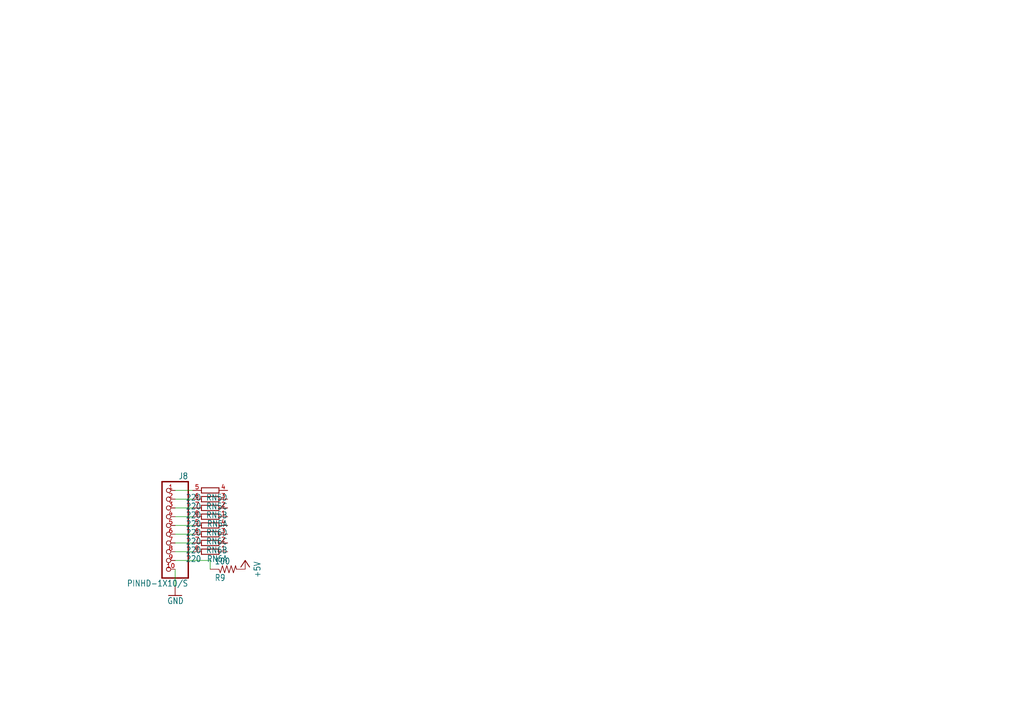
<source format=kicad_sch>
(kicad_sch (version 20211123) (generator eeschema)
  (paper "A4")
  (lib_symbols
    (symbol "bela_cape-eagle-import:+5V" (power)
      (property "Value" "+5V" (at -2.54 -5.08 90))
      (symbol "+5V_1_0"
        (polyline (pts (xy 0 0) (xy -1.27 -1.905)) (stroke (width 0.254)))
        (polyline (pts (xy 1.27 -1.905) (xy 0 0)) (stroke (width 0.254)))
        (pin power_in line (at 0 -2.54 90) (length 2.54) (name "+5V") (number "1"))
      )
    )
    (symbol "bela_cape-eagle-import:4R-N0603-ARC"
      (property "Reference" "RN" (at -5.08 -3.048 0))
      (property "Value" "4R-N0603-ARC" (at 2.54 -3.048 0))
      (symbol "4R-N0603-ARC_1_0"
        (polyline (pts (xy -2.54 -0.762) (xy 2.54 -0.762)) (stroke (width 0.254)))
        (polyline (pts (xy -2.54 0.762) (xy -2.54 -0.762)) (stroke (width 0.254)))
        (polyline (pts (xy 2.54 -0.762) (xy 2.54 0.762)) (stroke (width 0.254)))
        (polyline (pts (xy 2.54 0.762) (xy -2.54 0.762)) (stroke (width 0.254)))
        (pin passive line (at -5.08 0 0) (length 2.54) (name "1") (number "1"))
        (pin passive line (at 5.08 0 180) (length 2.54) (name "2") (number "8"))
      )
      (symbol "4R-N0603-ARC_2_0"
        (polyline (pts (xy -2.54 -0.762) (xy 2.54 -0.762)) (stroke (width 0.254)))
        (polyline (pts (xy -2.54 0.762) (xy -2.54 -0.762)) (stroke (width 0.254)))
        (polyline (pts (xy 2.54 -0.762) (xy 2.54 0.762)) (stroke (width 0.254)))
        (polyline (pts (xy 2.54 0.762) (xy -2.54 0.762)) (stroke (width 0.254)))
        (pin passive line (at -5.08 0 0) (length 2.54) (name "1") (number "2"))
        (pin passive line (at 5.08 0 180) (length 2.54) (name "2") (number "7"))
      )
      (symbol "4R-N0603-ARC_3_0"
        (polyline (pts (xy -2.54 -0.762) (xy 2.54 -0.762)) (stroke (width 0.254)))
        (polyline (pts (xy -2.54 0.762) (xy -2.54 -0.762)) (stroke (width 0.254)))
        (polyline (pts (xy 2.54 -0.762) (xy 2.54 0.762)) (stroke (width 0.254)))
        (polyline (pts (xy 2.54 0.762) (xy -2.54 0.762)) (stroke (width 0.254)))
        (pin passive line (at -5.08 0 0) (length 2.54) (name "1") (number "3"))
        (pin passive line (at 5.08 0 180) (length 2.54) (name "2") (number "6"))
      )
      (symbol "4R-N0603-ARC_4_0"
        (polyline (pts (xy -2.54 -0.762) (xy 2.54 -0.762)) (stroke (width 0.254)))
        (polyline (pts (xy -2.54 0.762) (xy -2.54 -0.762)) (stroke (width 0.254)))
        (polyline (pts (xy 2.54 -0.762) (xy 2.54 0.762)) (stroke (width 0.254)))
        (polyline (pts (xy 2.54 0.762) (xy -2.54 0.762)) (stroke (width 0.254)))
        (pin passive line (at -5.08 0 0) (length 2.54) (name "1") (number "4"))
        (pin passive line (at 5.08 0 180) (length 2.54) (name "2") (number "5"))
      )
    )
    (symbol "bela_cape-eagle-import:GND" (power)
      (property "Value" "GND" (at -2.54 -2.54 0))
      (symbol "GND_1_0"
        (polyline (pts (xy -1.905 0) (xy 1.905 0)) (stroke (width 0.254)))
        (pin power_in line (at 0 2.54 270) (length 2.54) (name "GND") (number "1"))
      )
    )
    (symbol "bela_cape-eagle-import:PINHD-1X10{slash}S"
      (property "Reference" "JP" (at -6.35 13.335 0))
      (property "Value" "PINHD-1X10{slash}S" (at -6.35 -17.78 0))
      (symbol "PINHD-1X10{slash}S_1_0"
        (polyline (pts (xy -6.35 -15.24) (xy 1.27 -15.24)) (stroke (width 0.4064)))
        (polyline (pts (xy -6.35 12.7) (xy -6.35 -15.24)) (stroke (width 0.4064)))
        (polyline (pts (xy 1.27 -15.24) (xy 1.27 12.7)) (stroke (width 0.4064)))
        (polyline (pts (xy 1.27 12.7) (xy -6.35 12.7)) (stroke (width 0.4064)))
        (pin passive inverted (at -2.54 10.16 0) (length 2.54) (name "1") (number "1"))
        (pin passive inverted (at -2.54 -12.7 0) (length 2.54) (name "10") (number "10"))
        (pin passive inverted (at -2.54 7.62 0) (length 2.54) (name "2") (number "2"))
        (pin passive inverted (at -2.54 5.08 0) (length 2.54) (name "3") (number "3"))
        (pin passive inverted (at -2.54 2.54 0) (length 2.54) (name "4") (number "4"))
        (pin passive inverted (at -2.54 0 0) (length 2.54) (name "5") (number "5"))
        (pin passive inverted (at -2.54 -2.54 0) (length 2.54) (name "6") (number "6"))
        (pin passive inverted (at -2.54 -5.08 0) (length 2.54) (name "7") (number "7"))
        (pin passive inverted (at -2.54 -7.62 0) (length 2.54) (name "8") (number "8"))
        (pin passive inverted (at -2.54 -10.16 0) (length 2.54) (name "9") (number "9"))
      )
    )
    (symbol "bela_cape-eagle-import:R-US_R0603"
      (property "Reference" "R" (at -3.81 1.4986 0))
      (property "Value" "R-US_R0603" (at -3.81 -3.302 0))
      (symbol "R-US_R0603_1_0"
        (polyline (pts (xy -2.54 0) (xy -2.159 1.016)) (stroke (width 0.2032)))
        (polyline (pts (xy -2.159 1.016) (xy -1.524 -1.016)) (stroke (width 0.2032)))
        (polyline (pts (xy -1.524 -1.016) (xy -0.889 1.016)) (stroke (width 0.2032)))
        (polyline (pts (xy -0.889 1.016) (xy -0.254 -1.016)) (stroke (width 0.2032)))
        (polyline (pts (xy -0.254 -1.016) (xy 0.381 1.016)) (stroke (width 0.2032)))
        (polyline (pts (xy 0.381 1.016) (xy 1.016 -1.016)) (stroke (width 0.2032)))
        (polyline (pts (xy 1.016 -1.016) (xy 1.651 1.016)) (stroke (width 0.2032)))
        (polyline (pts (xy 1.651 1.016) (xy 2.286 -1.016)) (stroke (width 0.2032)))
        (polyline (pts (xy 2.286 -1.016) (xy 2.54 0)) (stroke (width 0.2032)))
        (pin passive line (at -5.08 0 0) (length 2.54) (name "1") (number "1"))
        (pin passive line (at 5.08 0 180) (length 2.54) (name "2") (number "2"))
      )
    )
  )
  (wire (pts (xy 50.8 147.32) (xy 55.88 147.32)))
  (wire (pts (xy 50.8 142.24) (xy 55.88 142.24)))
  (wire (pts (xy 50.8 149.86) (xy 55.88 149.86)))
  (wire (pts (xy 60.96 162.56) (xy 60.96 165.1)))
  (wire (pts (xy 50.8 154.94) (xy 55.88 154.94)))
  (wire (pts (xy 50.8 170.18) (xy 50.8 165.1)))
  (wire (pts (xy 50.8 157.48) (xy 55.88 157.48)))
  (wire (pts (xy 50.8 160.02) (xy 55.88 160.02)))
  (wire (pts (xy 50.8 162.56) (xy 60.96 162.56)))
  (wire (pts (xy 50.8 144.78) (xy 55.88 144.78)))
  (wire (pts (xy 50.8 152.4) (xy 55.88 152.4)))
  (symbol (lib_id "bela_cape-eagle-import:4R-N0603-ARC") (at 60.96 149.86 0) (mirror y) (unit 1)
    (property "Reference" "RN5" (at 66.04 152.908 0) (effects (font (size 1.778 1.5113)) (justify left bottom)))
    (property "Value" "220" (at 58.42 152.908 0) (effects (font (size 1.778 1.5113)) (justify left bottom)))
    (property "Footprint" "Resistor_SMD:R_Array_Convex_4x0603" (effects hide))
  )
  (symbol (lib_id "bela_cape-eagle-import:4R-N0603-ARC") (at 60.96 144.78 0) (mirror y) (unit 3)
    (property "Reference" "RN5" (at 66.04 147.828 0) (effects (font (size 1.778 1.5113)) (justify left bottom)))
    (property "Value" "220" (at 58.42 147.828 0) (effects (font (size 1.778 1.5113)) (justify left bottom)))
    (property "Footprint" "Resistor_SMD:R_Array_Convex_4x0603" (effects hide))
  )
  (symbol (lib_id "bela_cape-eagle-import:GND") (at 50.8 172.72 0) (mirror y) (unit 1)
    (property "Reference" "#GND09" (effects hide))
    (property "Value" "GND" (at 53.34 175.26 0) (effects (font (size 1.778 1.5113)) (justify left bottom)))
    (property "Footprint" "bela_cape:" (effects hide))
  )
  (symbol (lib_id "bela_cape-eagle-import:4R-N0603-ARC") (at 60.96 147.32 0) (mirror y) (unit 2)
    (property "Reference" "RN5" (at 66.04 150.368 0) (effects (font (size 1.778 1.5113)) (justify left bottom)))
    (property "Value" "220" (at 58.42 150.368 0) (effects (font (size 1.778 1.5113)) (justify left bottom)))
    (property "Footprint" "Resistor_SMD:R_Array_Convex_4x0603" (effects hide))
  )
  (symbol (lib_id "bela_cape-eagle-import:4R-N0603-ARC") (at 60.96 154.94 0) (mirror y) (unit 3)
    (property "Reference" "RN6" (at 66.04 157.988 0) (effects (font (size 1.778 1.5113)) (justify left bottom)))
    (property "Value" "220" (at 58.42 157.988 0) (effects (font (size 1.778 1.5113)) (justify left bottom)))
    (property "Footprint" "Resistor_SMD:R_Array_Convex_4x0603" (effects hide))
  )
  (symbol (lib_id "bela_cape-eagle-import:4R-N0603-ARC") (at 60.96 157.48 0) (mirror y) (unit 2)
    (property "Reference" "RN6" (at 66.04 160.528 0) (effects (font (size 1.778 1.5113)) (justify left bottom)))
    (property "Value" "220" (at 58.42 160.528 0) (effects (font (size 1.778 1.5113)) (justify left bottom)))
    (property "Footprint" "Resistor_SMD:R_Array_Convex_4x0603" (effects hide))
  )
  (symbol (lib_id "bela_cape-eagle-import:PINHD-1X10{slash}S") (at 48.26 152.4 0) (mirror y) (unit 1)
    (property "Reference" "J8" (at 54.61 139.065 0) (effects (font (size 1.778 1.5113)) (justify left bottom)))
    (property "Value" "PINHD-1X10{slash}S" (at 54.61 170.18 0) (effects (font (size 1.778 1.5113)) (justify left bottom)))
    (property "Footprint" "bela_cape:1X10-SMALLHOLES" (effects hide))
  )
  (symbol (lib_id "bela_cape-eagle-import:4R-N0603-ARC") (at 60.96 160.02 0) (mirror y) (unit 1)
    (property "Reference" "RN6" (at 66.04 163.068 0) (effects (font (size 1.778 1.5113)) (justify left bottom)))
    (property "Value" "220" (at 58.42 163.068 0) (effects (font (size 1.778 1.5113)) (justify left bottom)))
    (property "Footprint" "Resistor_SMD:R_Array_Convex_4x0603" (effects hide))
  )
  (symbol (lib_id "bela_cape-eagle-import:+5V") (at 71.12 162.56 0) (mirror y) (unit 1)
    (property "Reference" "#P+07" (effects hide))
    (property "Value" "+5V" (at 73.66 167.64 90) (effects (font (size 1.778 1.5113)) (justify left bottom)))
    (property "Footprint" "bela_cape:" (effects hide))
  )
  (symbol (lib_id "bela_cape-eagle-import:4R-N0603-ARC") (at 60.96 152.4 0) (mirror y) (unit 4)
    (property "Reference" "RN6" (at 66.04 155.448 0) (effects (font (size 1.778 1.5113)) (justify left bottom)))
    (property "Value" "220" (at 58.42 155.448 0) (effects (font (size 1.778 1.5113)) (justify left bottom)))
    (property "Footprint" "Resistor_SMD:R_Array_Convex_4x0603" (effects hide))
  )
  (symbol (lib_id "bela_cape-eagle-import:4R-N0603-ARC") (at 60.96 142.24 0) (mirror y) (unit 4)
    (property "Reference" "RN5" (at 66.04 145.288 0) (effects (font (size 1.778 1.5113)) (justify left bottom)))
    (property "Value" "220" (at 58.42 145.288 0) (effects (font (size 1.778 1.5113)) (justify left bottom)))
    (property "Footprint" "Resistor_SMD:R_Array_Convex_4x0603" (effects hide))
  )
  (symbol (lib_id "bela_cape-eagle-import:R-US_R0603") (at 66.04 165.1 0) (mirror x) (unit 1)
    (property "Reference" "R9" (at 62.23 166.5986 0) (effects (font (size 1.778 1.5113)) (justify left bottom)))
    (property "Value" "100" (at 62.23 161.798 0) (effects (font (size 1.778 1.5113)) (justify left bottom)))
    (property "Footprint" "Resistor_SMD:R_0603_1608Metric" (effects hide))
  )
)
</source>
